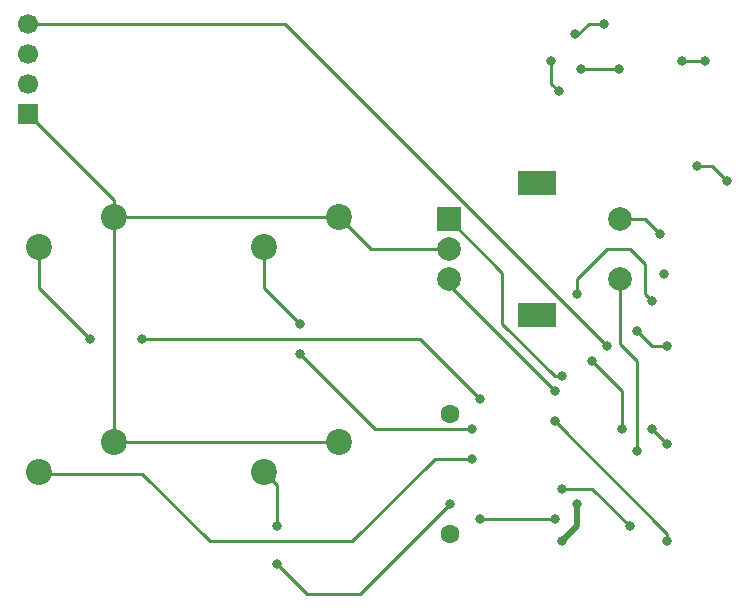
<source format=gbl>
%TF.GenerationSoftware,KiCad,Pcbnew,9.0.6*%
%TF.CreationDate,2026-02-14T19:53:56+05:30*%
%TF.ProjectId,Juny co2 Hackpad,4a756e79-2063-46f3-9220-4861636b7061,rev?*%
%TF.SameCoordinates,Original*%
%TF.FileFunction,Copper,L2,Bot*%
%TF.FilePolarity,Positive*%
%FSLAX46Y46*%
G04 Gerber Fmt 4.6, Leading zero omitted, Abs format (unit mm)*
G04 Created by KiCad (PCBNEW 9.0.6) date 2026-02-14 19:53:56*
%MOMM*%
%LPD*%
G01*
G04 APERTURE LIST*
%TA.AperFunction,ComponentPad*%
%ADD10R,1.700000X1.700000*%
%TD*%
%TA.AperFunction,ComponentPad*%
%ADD11C,1.700000*%
%TD*%
%TA.AperFunction,ComponentPad*%
%ADD12C,2.200000*%
%TD*%
%TA.AperFunction,ComponentPad*%
%ADD13C,1.600000*%
%TD*%
%TA.AperFunction,ComponentPad*%
%ADD14R,2.000000X2.000000*%
%TD*%
%TA.AperFunction,ComponentPad*%
%ADD15C,2.000000*%
%TD*%
%TA.AperFunction,ComponentPad*%
%ADD16R,3.200000X2.000000*%
%TD*%
%TA.AperFunction,ViaPad*%
%ADD17C,0.800000*%
%TD*%
%TA.AperFunction,Conductor*%
%ADD18C,0.250000*%
%TD*%
%TA.AperFunction,Conductor*%
%ADD19C,0.500000*%
%TD*%
G04 APERTURE END LIST*
D10*
%TO.P,J1,1,Pin_1*%
%TO.N,GND*%
X80486250Y-92710000D03*
D11*
%TO.P,J1,2,Pin_2*%
%TO.N,+3.3V*%
X80486250Y-90170000D03*
%TO.P,J1,3,Pin_3*%
%TO.N,Net-(J1-Pin_3)*%
X80486250Y-87630000D03*
%TO.P,J1,4,Pin_4*%
%TO.N,Net-(J1-Pin_4)*%
X80486250Y-85090000D03*
%TD*%
D12*
%TO.P,SW1,1,1*%
%TO.N,GND*%
X87788750Y-101441250D03*
%TO.P,SW1,2,2*%
%TO.N,Net-(U1-GPIO1_D7_CSn_RX)*%
X81438750Y-103981250D03*
%TD*%
%TO.P,SW4,1,1*%
%TO.N,GND*%
X106838750Y-101441250D03*
%TO.P,SW4,2,2*%
%TO.N,Net-(U1-GPIO2_D8_SCK)*%
X100488750Y-103981250D03*
%TD*%
%TO.P,SW6,1,1*%
%TO.N,GND*%
X87788750Y-120491250D03*
%TO.P,SW6,2,2*%
%TO.N,Net-(U1-GPIO4_D9_MISO)*%
X81438750Y-123031250D03*
%TD*%
D13*
%TO.P,R1,1*%
%TO.N,Net-(U1-GPIO26_A0_D0)*%
X116205000Y-128270000D03*
%TO.P,R1,2*%
%TO.N,Net-(D4-DIN)*%
X116205000Y-118110000D03*
%TD*%
D14*
%TO.P,SW10,A,A*%
%TO.N,Net-(U1-GPIO28_A2_D2)*%
X116098750Y-101640000D03*
D15*
%TO.P,SW10,B,B*%
%TO.N,Net-(U1-GPIO27_A1_D1)*%
X116098750Y-106640000D03*
%TO.P,SW10,C,C*%
%TO.N,GND*%
X116098750Y-104140000D03*
D16*
%TO.P,SW10,MP*%
%TO.N,N/C*%
X123598750Y-98540000D03*
X123598750Y-109740000D03*
D15*
%TO.P,SW10,S1,S1*%
%TO.N,Net-(U1-GPIO29_A3_D3)*%
X130598750Y-106640000D03*
%TO.P,SW10,S2,S2*%
%TO.N,GND*%
X130598750Y-101640000D03*
%TD*%
D12*
%TO.P,SW5,1,1*%
%TO.N,GND*%
X106838750Y-120491250D03*
%TO.P,SW5,2,2*%
%TO.N,Net-(U1-GPIO3_D10_MOSI)*%
X100488750Y-123031250D03*
%TD*%
D17*
%TO.N,GND*%
X133985000Y-102870000D03*
%TO.N,Net-(D2-DOUT)*%
X137851250Y-88265000D03*
X135890000Y-88265000D03*
%TO.N,Net-(D2-DIN)*%
X134620000Y-112395000D03*
X132080000Y-111125000D03*
X137160000Y-97155000D03*
X139700000Y-98425000D03*
%TO.N,+5V*%
X125730000Y-128905000D03*
X134380000Y-106277500D03*
X127000000Y-125730000D03*
%TO.N,Net-(D3-DOUT)*%
X126845000Y-85965000D03*
X129222500Y-85090000D03*
%TO.N,Net-(D5-DIN)*%
X127317500Y-88900000D03*
X130492500Y-88900000D03*
%TO.N,Net-(D8-DOUT)*%
X125412500Y-90805000D03*
X124777500Y-88265000D03*
%TO.N,Net-(J1-Pin_4)*%
X129540000Y-112395000D03*
X130810000Y-119380000D03*
X128270000Y-113665000D03*
X134620000Y-120650000D03*
X133350000Y-119380000D03*
%TO.N,Net-(U1-GPIO26_A0_D0)*%
X125095000Y-127000000D03*
X118745000Y-127000000D03*
%TO.N,Net-(U1-GPIO1_D7_CSn_RX)*%
X90170000Y-111760000D03*
X118745000Y-116840000D03*
X85725000Y-111760000D03*
%TO.N,Net-(U1-GPIO2_D8_SCK)*%
X103505000Y-113030000D03*
X118110000Y-119380000D03*
X103505000Y-110490000D03*
%TO.N,Net-(U1-GPIO3_D10_MOSI)*%
X101600000Y-130810000D03*
X116205000Y-125730000D03*
X101600000Y-127635000D03*
%TO.N,Net-(U1-GPIO4_D9_MISO)*%
X118110000Y-121920000D03*
%TO.N,Net-(U1-GPIO28_A2_D2)*%
X131445000Y-127635000D03*
X125730000Y-114935000D03*
X125730000Y-124460000D03*
%TO.N,Net-(U1-GPIO29_A3_D3)*%
X132080000Y-121285000D03*
%TO.N,Net-(U1-GPIO27_A1_D1)*%
X134620000Y-128905000D03*
X125095000Y-118745000D03*
X125095000Y-116205000D03*
%TO.N,Net-(D4-DIN)*%
X127000000Y-107950000D03*
X133350000Y-108585000D03*
%TD*%
D18*
%TO.N,GND*%
X87788750Y-120491250D02*
X106838750Y-120491250D01*
X87788750Y-101441250D02*
X106838750Y-101441250D01*
X87788750Y-101441250D02*
X87788750Y-120491250D01*
X87788750Y-100012500D02*
X80486250Y-92710000D01*
X87788750Y-101441250D02*
X87788750Y-100012500D01*
X116098750Y-104140000D02*
X109537500Y-104140000D01*
X130598750Y-101640000D02*
X132755000Y-101640000D01*
X132755000Y-101640000D02*
X133985000Y-102870000D01*
X109537500Y-104140000D02*
X106838750Y-101441250D01*
%TO.N,Net-(D2-DOUT)*%
X137851250Y-88265000D02*
X135890000Y-88265000D01*
%TO.N,Net-(D2-DIN)*%
X132080000Y-111125000D02*
X133350000Y-112395000D01*
X137160000Y-97155000D02*
X138430000Y-97155000D01*
X134620000Y-112395000D02*
X133350000Y-112395000D01*
X138430000Y-97155000D02*
X139700000Y-98425000D01*
D19*
%TO.N,+5V*%
X125730000Y-128905000D02*
X127000000Y-127635000D01*
X127000000Y-127635000D02*
X127000000Y-125730000D01*
D18*
%TO.N,Net-(D3-DOUT)*%
X127077500Y-85965000D02*
X126845000Y-85965000D01*
X127952500Y-85090000D02*
X127077500Y-85965000D01*
X129222500Y-85090000D02*
X127952500Y-85090000D01*
%TO.N,Net-(D5-DIN)*%
X127317500Y-88900000D02*
X130492500Y-88900000D01*
%TO.N,Net-(D8-DOUT)*%
X124777500Y-88265000D02*
X124777500Y-90170000D01*
X124777500Y-90170000D02*
X125412500Y-90805000D01*
%TO.N,Net-(J1-Pin_4)*%
X80486250Y-85090000D02*
X102235000Y-85090000D01*
X130810000Y-116205000D02*
X130810000Y-119380000D01*
X133350000Y-119380000D02*
X134620000Y-120650000D01*
X128270000Y-113665000D02*
X130810000Y-116205000D01*
X102235000Y-85090000D02*
X129540000Y-112395000D01*
%TO.N,Net-(U1-GPIO26_A0_D0)*%
X118745000Y-127000000D02*
X125095000Y-127000000D01*
%TO.N,Net-(U1-GPIO1_D7_CSn_RX)*%
X113665000Y-111760000D02*
X118745000Y-116840000D01*
X81438750Y-107473750D02*
X85725000Y-111760000D01*
X81438750Y-103981250D02*
X81438750Y-107473750D01*
X90170000Y-111760000D02*
X113665000Y-111760000D01*
%TO.N,Net-(U1-GPIO2_D8_SCK)*%
X103505000Y-113030000D02*
X109855000Y-119380000D01*
X100488750Y-107473750D02*
X103505000Y-110490000D01*
X100488750Y-103981250D02*
X100488750Y-107473750D01*
X109855000Y-119380000D02*
X118110000Y-119380000D01*
%TO.N,Net-(U1-GPIO3_D10_MOSI)*%
X101600000Y-124142500D02*
X101600000Y-127635000D01*
X100488750Y-123031250D02*
X101600000Y-124142500D01*
X104140000Y-133350000D02*
X108585000Y-133350000D01*
X101600000Y-130810000D02*
X104140000Y-133350000D01*
X108585000Y-133350000D02*
X116205000Y-125730000D01*
%TO.N,Net-(U1-GPIO4_D9_MISO)*%
X114935000Y-121920000D02*
X118110000Y-121920000D01*
X81597500Y-123190000D02*
X90170000Y-123190000D01*
X107950000Y-128905000D02*
X114935000Y-121920000D01*
X81438750Y-123031250D02*
X81597500Y-123190000D01*
X95885000Y-128905000D02*
X107950000Y-128905000D01*
X90170000Y-123190000D02*
X95885000Y-128905000D01*
%TO.N,Net-(U1-GPIO28_A2_D2)*%
X125730000Y-124460000D02*
X128270000Y-124460000D01*
X125095000Y-114935000D02*
X125730000Y-114935000D01*
X116098750Y-101640000D02*
X120650000Y-106191250D01*
X120650000Y-106191250D02*
X120650000Y-110490000D01*
X120650000Y-110490000D02*
X125095000Y-114935000D01*
X128270000Y-124460000D02*
X131445000Y-127635000D01*
%TO.N,Net-(U1-GPIO29_A3_D3)*%
X130598750Y-106640000D02*
X130598750Y-112183750D01*
X130598750Y-112183750D02*
X132080000Y-113665000D01*
X132080000Y-113665000D02*
X132080000Y-121285000D01*
%TO.N,Net-(U1-GPIO27_A1_D1)*%
X116098750Y-107208750D02*
X125095000Y-116205000D01*
X134620000Y-128270000D02*
X134620000Y-128905000D01*
X125095000Y-118745000D02*
X134620000Y-128270000D01*
X116098750Y-106640000D02*
X116098750Y-107208750D01*
%TO.N,Net-(D4-DIN)*%
X131445000Y-104140000D02*
X129540000Y-104140000D01*
X132715000Y-105410000D02*
X131445000Y-104140000D01*
X127000000Y-106680000D02*
X127000000Y-107950000D01*
X133350000Y-108585000D02*
X132715000Y-107950000D01*
X132715000Y-107950000D02*
X132715000Y-105410000D01*
X129540000Y-104140000D02*
X127000000Y-106680000D01*
%TD*%
M02*

</source>
